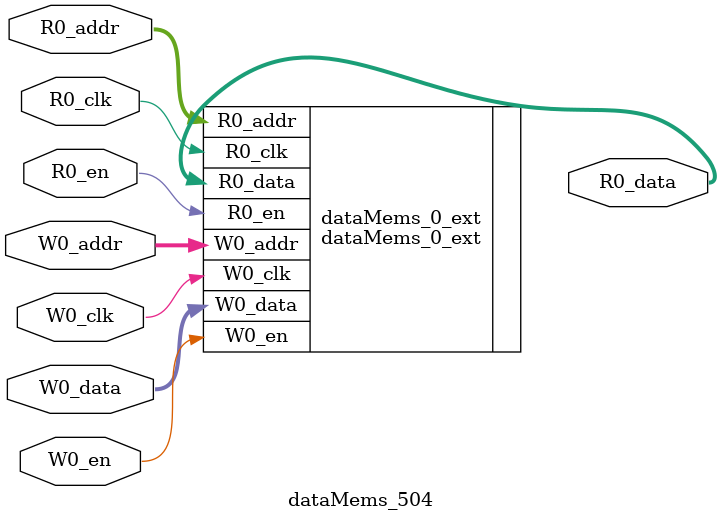
<source format=sv>
`ifndef RANDOMIZE
  `ifdef RANDOMIZE_REG_INIT
    `define RANDOMIZE
  `endif // RANDOMIZE_REG_INIT
`endif // not def RANDOMIZE
`ifndef RANDOMIZE
  `ifdef RANDOMIZE_MEM_INIT
    `define RANDOMIZE
  `endif // RANDOMIZE_MEM_INIT
`endif // not def RANDOMIZE

`ifndef RANDOM
  `define RANDOM $random
`endif // not def RANDOM

// Users can define 'PRINTF_COND' to add an extra gate to prints.
`ifndef PRINTF_COND_
  `ifdef PRINTF_COND
    `define PRINTF_COND_ (`PRINTF_COND)
  `else  // PRINTF_COND
    `define PRINTF_COND_ 1
  `endif // PRINTF_COND
`endif // not def PRINTF_COND_

// Users can define 'ASSERT_VERBOSE_COND' to add an extra gate to assert error printing.
`ifndef ASSERT_VERBOSE_COND_
  `ifdef ASSERT_VERBOSE_COND
    `define ASSERT_VERBOSE_COND_ (`ASSERT_VERBOSE_COND)
  `else  // ASSERT_VERBOSE_COND
    `define ASSERT_VERBOSE_COND_ 1
  `endif // ASSERT_VERBOSE_COND
`endif // not def ASSERT_VERBOSE_COND_

// Users can define 'STOP_COND' to add an extra gate to stop conditions.
`ifndef STOP_COND_
  `ifdef STOP_COND
    `define STOP_COND_ (`STOP_COND)
  `else  // STOP_COND
    `define STOP_COND_ 1
  `endif // STOP_COND
`endif // not def STOP_COND_

// Users can define INIT_RANDOM as general code that gets injected into the
// initializer block for modules with registers.
`ifndef INIT_RANDOM
  `define INIT_RANDOM
`endif // not def INIT_RANDOM

// If using random initialization, you can also define RANDOMIZE_DELAY to
// customize the delay used, otherwise 0.002 is used.
`ifndef RANDOMIZE_DELAY
  `define RANDOMIZE_DELAY 0.002
`endif // not def RANDOMIZE_DELAY

// Define INIT_RANDOM_PROLOG_ for use in our modules below.
`ifndef INIT_RANDOM_PROLOG_
  `ifdef RANDOMIZE
    `ifdef VERILATOR
      `define INIT_RANDOM_PROLOG_ `INIT_RANDOM
    `else  // VERILATOR
      `define INIT_RANDOM_PROLOG_ `INIT_RANDOM #`RANDOMIZE_DELAY begin end
    `endif // VERILATOR
  `else  // RANDOMIZE
    `define INIT_RANDOM_PROLOG_
  `endif // RANDOMIZE
`endif // not def INIT_RANDOM_PROLOG_

// Include register initializers in init blocks unless synthesis is set
`ifndef SYNTHESIS
  `ifndef ENABLE_INITIAL_REG_
    `define ENABLE_INITIAL_REG_
  `endif // not def ENABLE_INITIAL_REG_
`endif // not def SYNTHESIS

// Include rmemory initializers in init blocks unless synthesis is set
`ifndef SYNTHESIS
  `ifndef ENABLE_INITIAL_MEM_
    `define ENABLE_INITIAL_MEM_
  `endif // not def ENABLE_INITIAL_MEM_
`endif // not def SYNTHESIS

module dataMems_504(	// @[generators/ara/src/main/scala/UnsafeAXI4ToTL.scala:365:62]
  input  [4:0]  R0_addr,
  input         R0_en,
  input         R0_clk,
  output [66:0] R0_data,
  input  [4:0]  W0_addr,
  input         W0_en,
  input         W0_clk,
  input  [66:0] W0_data
);

  dataMems_0_ext dataMems_0_ext (	// @[generators/ara/src/main/scala/UnsafeAXI4ToTL.scala:365:62]
    .R0_addr (R0_addr),
    .R0_en   (R0_en),
    .R0_clk  (R0_clk),
    .R0_data (R0_data),
    .W0_addr (W0_addr),
    .W0_en   (W0_en),
    .W0_clk  (W0_clk),
    .W0_data (W0_data)
  );
endmodule


</source>
